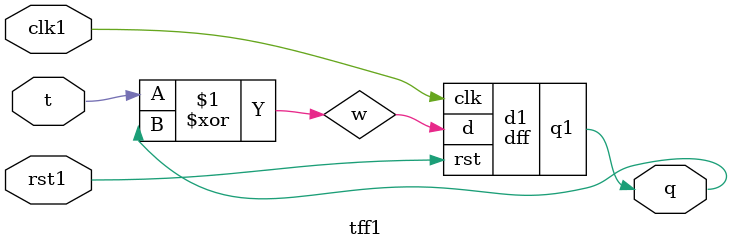
<source format=v>
module dff(
    input d,clk,rst,
    output reg q1);
    wire qb;
    
    always@(posedge clk)
    begin
    if(rst)
        q1<=0;
        
     else
        q1<=d;
        end
        assign qb=~q1;
        endmodule
    
    
module tff1(
input t,clk1,rst1,
output q
);
wire w;
xor x1(w,t,q);
dff d1(w,clk1,rst1,q);


endmodule

</source>
